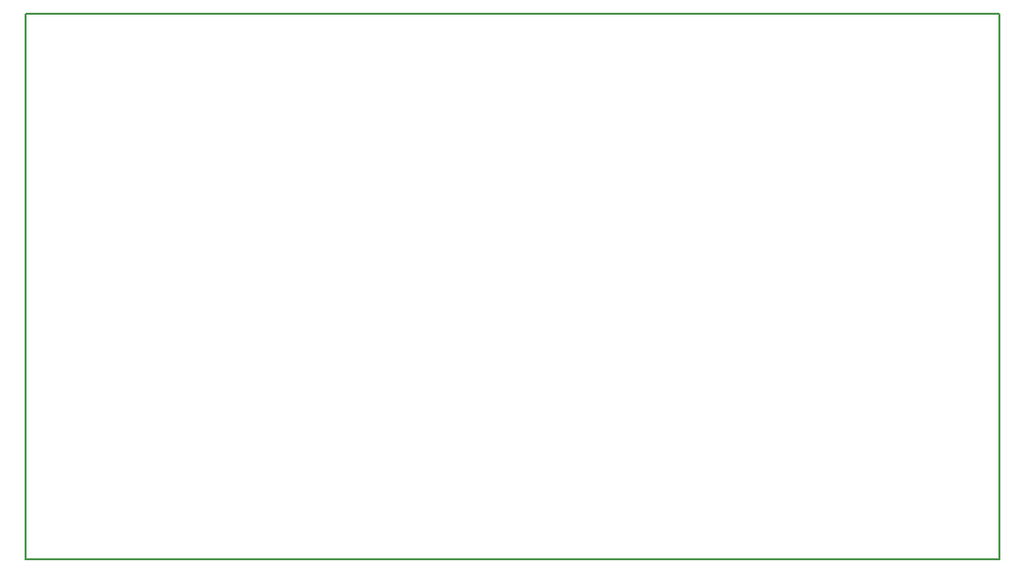
<source format=gbr>
G04 #@! TF.GenerationSoftware,KiCad,Pcbnew,5.99.0+really5.1.10+dfsg1-1*
G04 #@! TF.CreationDate,2022-01-09T21:41:06-05:00*
G04 #@! TF.ProjectId,radio,72616469-6f2e-46b6-9963-61645f706362,rev?*
G04 #@! TF.SameCoordinates,Original*
G04 #@! TF.FileFunction,Profile,NP*
%FSLAX46Y46*%
G04 Gerber Fmt 4.6, Leading zero omitted, Abs format (unit mm)*
G04 Created by KiCad (PCBNEW 5.99.0+really5.1.10+dfsg1-1) date 2022-01-09 21:41:06*
%MOMM*%
%LPD*%
G01*
G04 APERTURE LIST*
G04 #@! TA.AperFunction,Profile*
%ADD10C,0.150000*%
G04 #@! TD*
G04 APERTURE END LIST*
D10*
X120396000Y-73660000D02*
X120396000Y-120650000D01*
X204216000Y-73660000D02*
X120396000Y-73660000D01*
X204216000Y-120650000D02*
X204216000Y-73660000D01*
X120396000Y-120650000D02*
X204216000Y-120650000D01*
M02*

</source>
